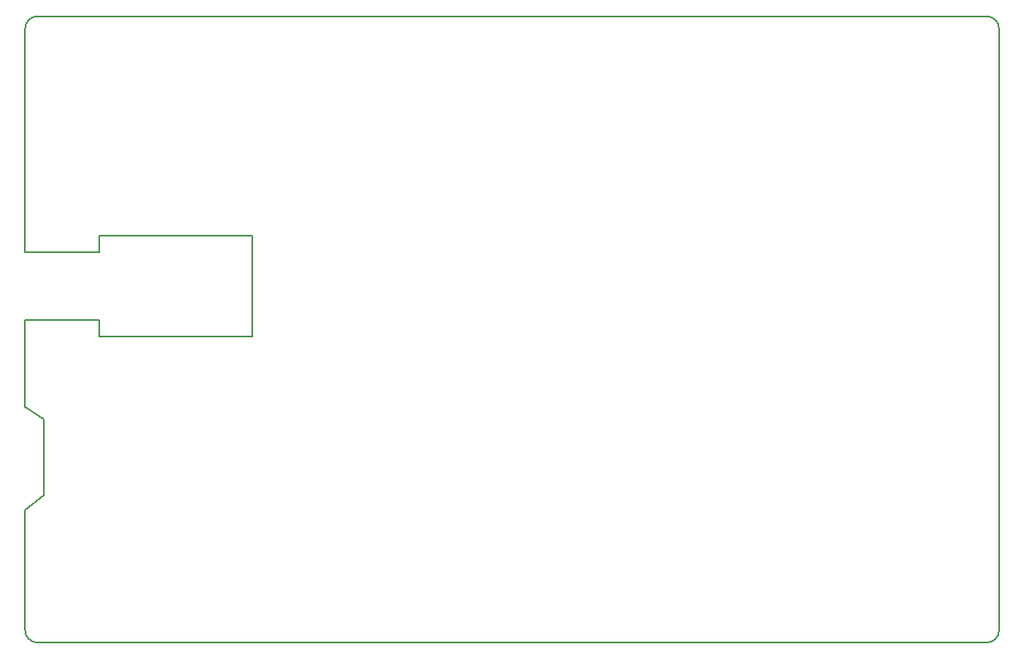
<source format=gm1>
G04 #@! TF.GenerationSoftware,KiCad,Pcbnew,(5.1.5)-3*
G04 #@! TF.CreationDate,2020-06-04T00:05:55+02:00*
G04 #@! TF.ProjectId,8bitWave Module,38626974-5761-4766-9520-4d6f64756c65,rev?*
G04 #@! TF.SameCoordinates,Original*
G04 #@! TF.FileFunction,Profile,NP*
%FSLAX46Y46*%
G04 Gerber Fmt 4.6, Leading zero omitted, Abs format (unit mm)*
G04 Created by KiCad (PCBNEW (5.1.5)-3) date 2020-06-04 00:05:55*
%MOMM*%
%LPD*%
G04 APERTURE LIST*
%ADD10C,0.150000*%
G04 APERTURE END LIST*
D10*
X93710000Y-100555000D02*
X93710000Y-110900000D01*
X78105000Y-100555000D02*
X78105000Y-102235000D01*
X78105000Y-110900000D02*
X93710000Y-110900000D01*
X70485000Y-109220000D02*
X70485000Y-118110000D01*
X70485000Y-102235000D02*
X70485000Y-79375000D01*
X78105000Y-109220000D02*
X78105000Y-110900000D01*
X70485000Y-109220000D02*
X78105000Y-109220000D01*
X78105000Y-102235000D02*
X70485000Y-102235000D01*
X93710000Y-100555000D02*
X78105000Y-100555000D01*
X72390000Y-127127000D02*
X72390000Y-127000000D01*
X70485000Y-128651000D02*
X72390000Y-127127000D01*
X70485000Y-128905000D02*
X70485000Y-128651000D01*
X70485000Y-140970000D02*
X70485000Y-128905000D01*
X72390000Y-119380000D02*
X72390000Y-127000000D01*
X70485000Y-118110000D02*
X72390000Y-119380000D01*
X168910000Y-78105000D02*
X71755000Y-78105000D01*
X71755000Y-78105000D02*
G75*
G03X70485000Y-79375000I0J-1270000D01*
G01*
X170180000Y-79375000D02*
G75*
G03X168910000Y-78105000I-1270000J0D01*
G01*
X170180000Y-140970000D02*
X170180000Y-79375000D01*
X168910000Y-142240000D02*
G75*
G03X170180000Y-140970000I0J1270000D01*
G01*
X71755000Y-142240000D02*
X168910000Y-142240000D01*
X70485000Y-140970000D02*
G75*
G03X71755000Y-142240000I1270000J0D01*
G01*
M02*

</source>
